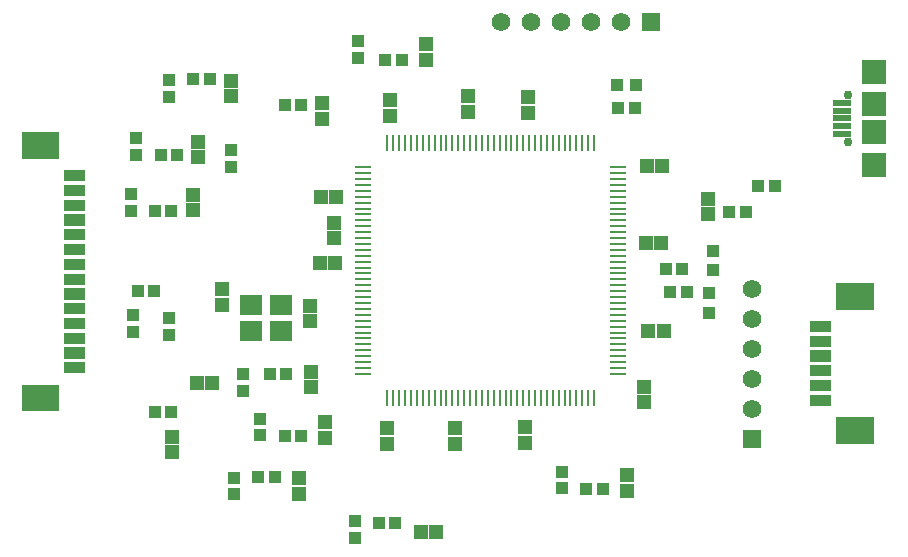
<source format=gts>
G04*
G04 #@! TF.GenerationSoftware,Altium Limited,Altium Designer,21.8.1 (53)*
G04*
G04 Layer_Color=8388736*
%FSLAX25Y25*%
%MOIN*%
G70*
G04*
G04 #@! TF.SameCoordinates,C3BC6F45-041D-44BD-81EA-7FCEF9ED4BC6*
G04*
G04*
G04 #@! TF.FilePolarity,Negative*
G04*
G01*
G75*
%ADD21R,0.01100X0.05350*%
%ADD25R,0.05350X0.01100*%
%ADD28R,0.08280X0.08280*%
%ADD29R,0.06115X0.02375*%
%ADD30R,0.04737X0.04540*%
%ADD31R,0.04540X0.04737*%
%ADD32R,0.04343X0.03950*%
%ADD33R,0.03950X0.04343*%
%ADD34R,0.03950X0.03950*%
%ADD35R,0.07493X0.06706*%
%ADD36R,0.03950X0.03950*%
%ADD37C,0.02965*%
%ADD38C,0.06194*%
%ADD39R,0.06194X0.06194*%
%ADD40R,0.06194X0.06194*%
G36*
X18288Y134518D02*
X5877D01*
Y143386D01*
X18288D01*
Y134518D01*
D02*
G37*
G36*
X26950Y127038D02*
X20050D01*
Y130787D01*
X26950D01*
Y127038D01*
D02*
G37*
G36*
Y122116D02*
X20050D01*
Y125866D01*
X26950D01*
Y122116D01*
D02*
G37*
G36*
Y117195D02*
X20050D01*
Y120945D01*
X26950D01*
Y117195D01*
D02*
G37*
G36*
Y112274D02*
X20050D01*
Y116024D01*
X26950D01*
Y112274D01*
D02*
G37*
G36*
Y107353D02*
X20050D01*
Y111102D01*
X26950D01*
Y107353D01*
D02*
G37*
G36*
Y102431D02*
X20050D01*
Y106181D01*
X26950D01*
Y102431D01*
D02*
G37*
G36*
Y97510D02*
X20050D01*
Y101260D01*
X26950D01*
Y97510D01*
D02*
G37*
G36*
Y92589D02*
X20050D01*
Y96339D01*
X26950D01*
Y92589D01*
D02*
G37*
G36*
Y87668D02*
X20050D01*
Y91417D01*
X26950D01*
Y87668D01*
D02*
G37*
G36*
X289874Y84309D02*
X277463D01*
Y93176D01*
X289874D01*
Y84309D01*
D02*
G37*
G36*
X26950Y82746D02*
X20050D01*
Y86496D01*
X26950D01*
Y82746D01*
D02*
G37*
G36*
Y77825D02*
X20050D01*
Y81575D01*
X26950D01*
Y77825D01*
D02*
G37*
G36*
X275701Y76828D02*
X268802D01*
Y80578D01*
X275701D01*
Y76828D01*
D02*
G37*
G36*
X26950Y72904D02*
X20050D01*
Y76653D01*
X26950D01*
Y72904D01*
D02*
G37*
G36*
X275701Y71907D02*
X268802D01*
Y75657D01*
X275701D01*
Y71907D01*
D02*
G37*
G36*
X26950Y67983D02*
X20050D01*
Y71732D01*
X26950D01*
Y67983D01*
D02*
G37*
G36*
X275701Y66986D02*
X268802D01*
Y70735D01*
X275701D01*
Y66986D01*
D02*
G37*
G36*
X26950Y63061D02*
X20050D01*
Y66811D01*
X26950D01*
Y63061D01*
D02*
G37*
G36*
X275701Y62065D02*
X268802D01*
Y65814D01*
X275701D01*
Y62065D01*
D02*
G37*
G36*
Y57143D02*
X268802D01*
Y60893D01*
X275701D01*
Y57143D01*
D02*
G37*
G36*
Y52222D02*
X268802D01*
Y55972D01*
X275701D01*
Y52222D01*
D02*
G37*
G36*
X18288Y50463D02*
X5877D01*
Y59331D01*
X18288D01*
Y50463D01*
D02*
G37*
G36*
X289874Y39624D02*
X277463D01*
Y48491D01*
X289874D01*
Y39624D01*
D02*
G37*
D21*
X141590Y139760D02*
D03*
X127810Y54910D02*
D03*
X149464D02*
D03*
X169149D02*
D03*
X194739D02*
D03*
X175054Y139760D02*
D03*
X157338D02*
D03*
X131747D02*
D03*
X127810D02*
D03*
X129779D02*
D03*
X133716D02*
D03*
X135684D02*
D03*
X137653D02*
D03*
X139621D02*
D03*
X143558D02*
D03*
X145527D02*
D03*
X147495D02*
D03*
X149464D02*
D03*
X151432D02*
D03*
X153401D02*
D03*
X155369D02*
D03*
X159306D02*
D03*
X161275D02*
D03*
X163243D02*
D03*
X165212D02*
D03*
X167180D02*
D03*
X169149D02*
D03*
X171117D02*
D03*
X173086D02*
D03*
X177023D02*
D03*
X178991D02*
D03*
X180960D02*
D03*
X182928D02*
D03*
X184897D02*
D03*
X186865D02*
D03*
X188834D02*
D03*
X190802D02*
D03*
X192771D02*
D03*
X194739D02*
D03*
X196708D02*
D03*
Y54910D02*
D03*
X192771D02*
D03*
X190802D02*
D03*
X188834D02*
D03*
X186865D02*
D03*
X184897D02*
D03*
X182928D02*
D03*
X180960D02*
D03*
X178991D02*
D03*
X177023D02*
D03*
X175054D02*
D03*
X173086D02*
D03*
X171117D02*
D03*
X167180D02*
D03*
X165212D02*
D03*
X163243D02*
D03*
X161275D02*
D03*
X159306D02*
D03*
X157338D02*
D03*
X155369D02*
D03*
X153401D02*
D03*
X151432D02*
D03*
X147495D02*
D03*
X145527D02*
D03*
X143558D02*
D03*
X141590D02*
D03*
X139621D02*
D03*
X137653D02*
D03*
X135684D02*
D03*
X133716D02*
D03*
X131747D02*
D03*
X129779D02*
D03*
D25*
X119834Y102257D02*
D03*
X204684Y82572D02*
D03*
Y104225D02*
D03*
Y129816D02*
D03*
Y131784D02*
D03*
Y127847D02*
D03*
Y125879D02*
D03*
Y123910D02*
D03*
Y121942D02*
D03*
Y119973D02*
D03*
Y118005D02*
D03*
Y116036D02*
D03*
Y114068D02*
D03*
Y112099D02*
D03*
Y110131D02*
D03*
Y108162D02*
D03*
Y106194D02*
D03*
Y102257D02*
D03*
Y100288D02*
D03*
Y98320D02*
D03*
Y96351D02*
D03*
Y94383D02*
D03*
Y92414D02*
D03*
Y90446D02*
D03*
Y88477D02*
D03*
Y86509D02*
D03*
Y84540D02*
D03*
Y80603D02*
D03*
Y78635D02*
D03*
Y76666D02*
D03*
Y74698D02*
D03*
Y72729D02*
D03*
Y70761D02*
D03*
Y68792D02*
D03*
Y66824D02*
D03*
Y64855D02*
D03*
Y62887D02*
D03*
X119834D02*
D03*
Y64855D02*
D03*
Y66824D02*
D03*
Y68792D02*
D03*
Y70761D02*
D03*
Y72729D02*
D03*
Y74698D02*
D03*
Y76666D02*
D03*
Y78635D02*
D03*
Y80603D02*
D03*
Y82572D02*
D03*
Y84540D02*
D03*
Y86509D02*
D03*
Y88477D02*
D03*
Y90446D02*
D03*
Y92414D02*
D03*
Y94383D02*
D03*
Y96351D02*
D03*
Y98320D02*
D03*
Y100288D02*
D03*
Y104225D02*
D03*
Y106194D02*
D03*
Y108162D02*
D03*
Y110131D02*
D03*
Y112099D02*
D03*
Y114068D02*
D03*
Y116036D02*
D03*
Y118005D02*
D03*
Y119973D02*
D03*
Y121942D02*
D03*
Y123910D02*
D03*
Y125879D02*
D03*
Y127847D02*
D03*
Y129816D02*
D03*
Y131784D02*
D03*
D28*
X289900Y163651D02*
D03*
Y152824D02*
D03*
Y143376D02*
D03*
Y132549D02*
D03*
D29*
X279368Y153218D02*
D03*
Y150659D02*
D03*
Y148100D02*
D03*
Y145541D02*
D03*
Y142982D02*
D03*
D30*
X213440Y58556D02*
D03*
Y53438D02*
D03*
X110100Y108141D02*
D03*
X174700Y155059D02*
D03*
X128795Y154028D02*
D03*
X101900Y80441D02*
D03*
X127810Y39658D02*
D03*
X98283Y22926D02*
D03*
X72692Y91036D02*
D03*
X55960Y36705D02*
D03*
X150448Y39658D02*
D03*
X173700Y39941D02*
D03*
X207535Y29028D02*
D03*
X154800Y155359D02*
D03*
X140605Y172729D02*
D03*
X106157Y147926D02*
D03*
X234600Y121259D02*
D03*
X75645Y155516D02*
D03*
X107141Y46745D02*
D03*
X102220Y58359D02*
D03*
X62850Y122532D02*
D03*
X64818Y140249D02*
D03*
Y135131D02*
D03*
X62850Y117414D02*
D03*
X102220Y63477D02*
D03*
X107141Y41627D02*
D03*
X75645Y160634D02*
D03*
X234600Y116141D02*
D03*
X106157Y153044D02*
D03*
X140605Y167611D02*
D03*
X154800Y150241D02*
D03*
X207535Y23910D02*
D03*
X173700Y45059D02*
D03*
X150448Y44776D02*
D03*
X55960Y41824D02*
D03*
X72692Y85918D02*
D03*
X98283Y28044D02*
D03*
X127810Y44776D02*
D03*
X101900Y85559D02*
D03*
X128795Y148910D02*
D03*
X174700Y149941D02*
D03*
X110100Y113259D02*
D03*
D31*
X214741Y77100D02*
D03*
X219859D02*
D03*
X105566Y121942D02*
D03*
X105341Y99700D02*
D03*
X69346Y59934D02*
D03*
X219359Y132100D02*
D03*
X218959Y106600D02*
D03*
X144149Y10221D02*
D03*
X139031D02*
D03*
X213841Y106600D02*
D03*
X214241Y132100D02*
D03*
X64228Y59934D02*
D03*
X110459Y99700D02*
D03*
X110684Y121942D02*
D03*
D32*
X54976Y155319D02*
D03*
X75645Y131981D02*
D03*
X44149Y141430D02*
D03*
X42180Y122729D02*
D03*
X116900Y8244D02*
D03*
X43165Y76863D02*
D03*
X85487Y47926D02*
D03*
X79582Y57178D02*
D03*
X76629Y22729D02*
D03*
X185881Y30209D02*
D03*
X118100Y173756D02*
D03*
Y168244D02*
D03*
X185881Y24698D02*
D03*
X76629Y28241D02*
D03*
X79582Y62690D02*
D03*
X85487Y42414D02*
D03*
X43165Y82375D02*
D03*
X54976Y81391D02*
D03*
Y75879D02*
D03*
X116900Y13756D02*
D03*
X42180Y117217D02*
D03*
X44149Y135918D02*
D03*
X75645Y137493D02*
D03*
X54976Y160831D02*
D03*
D33*
X50156Y90500D02*
D03*
X256956Y125500D02*
D03*
X57731Y135721D02*
D03*
X52220D02*
D03*
X94149Y62887D02*
D03*
X88637D02*
D03*
X99070Y42217D02*
D03*
X93558D02*
D03*
X68558Y161028D02*
D03*
X63046D02*
D03*
X99070Y152453D02*
D03*
X93558D02*
D03*
X127044Y167400D02*
D03*
X132556D02*
D03*
X210291Y151469D02*
D03*
X204779D02*
D03*
X227556Y90100D02*
D03*
X222044D02*
D03*
X226056Y98000D02*
D03*
X220544D02*
D03*
X247256Y117000D02*
D03*
X241744D02*
D03*
X251444Y125500D02*
D03*
X194149Y24501D02*
D03*
X199661D02*
D03*
X50251Y50091D02*
D03*
X55763D02*
D03*
X84700Y28438D02*
D03*
X90212D02*
D03*
X44644Y90500D02*
D03*
X124857Y13174D02*
D03*
X130369D02*
D03*
X50251Y117020D02*
D03*
X55763D02*
D03*
D34*
X235100Y83252D02*
D03*
X236200Y103848D02*
D03*
Y97352D02*
D03*
X235100Y89748D02*
D03*
D35*
X92456Y77257D02*
D03*
X82456D02*
D03*
X92456Y85918D02*
D03*
X82456D02*
D03*
D36*
X210783Y159343D02*
D03*
X204287D02*
D03*
D37*
X281435Y155974D02*
D03*
Y140226D02*
D03*
D38*
X195724Y180013D02*
D03*
X249400Y61300D02*
D03*
Y91300D02*
D03*
Y81300D02*
D03*
Y71300D02*
D03*
Y51300D02*
D03*
X205724Y180013D02*
D03*
X185724D02*
D03*
X175724D02*
D03*
X165724D02*
D03*
D39*
X249400Y41300D02*
D03*
D40*
X215724Y180013D02*
D03*
M02*

</source>
